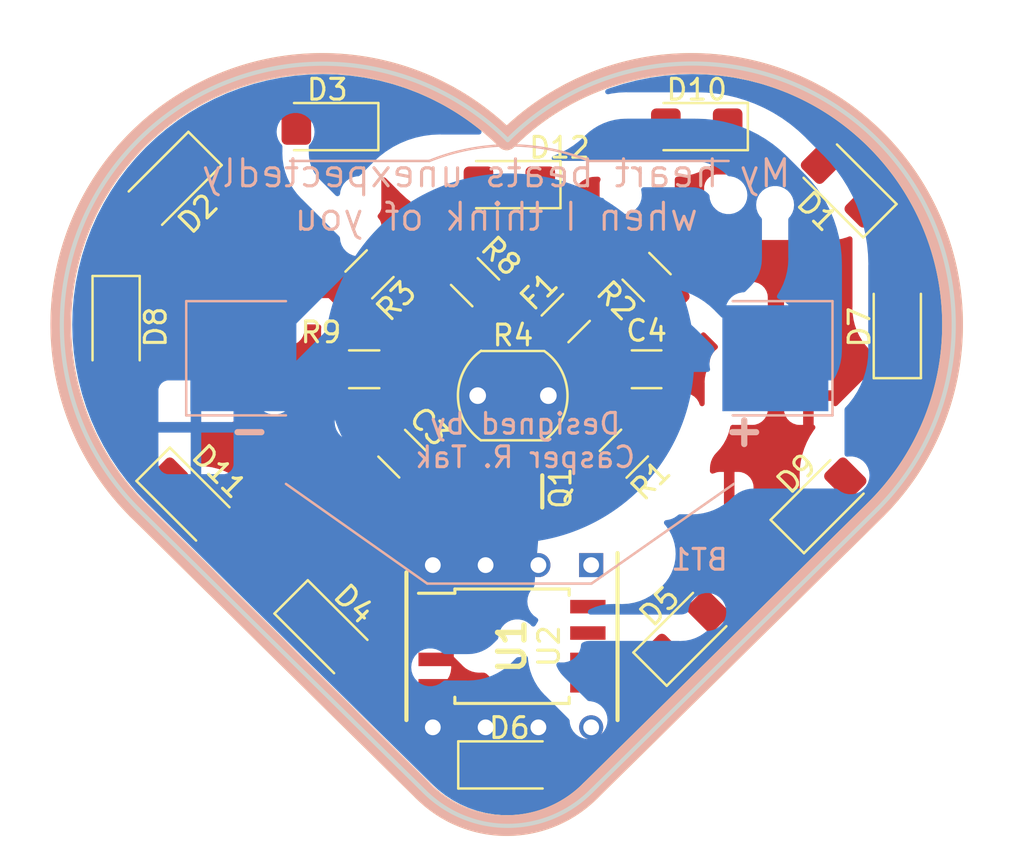
<source format=kicad_pcb>
(kicad_pcb (version 20211014) (generator pcbnew)
  (title_block (title "Valentine Heart") (date "2022-09-30") (rev "V1.1") (comment 1 "Casper R. Tak"))
  (layers (0 "F.Cu" signal) (31 "B.Cu" signal) (34 "B.Paste" user) (35 "F.Paste" user) (36 "B.SilkS" user "B.Silkscreen") (37 "F.SilkS" user "F.Silkscreen") (38 "B.Mask" user) (39 "F.Mask" user) (44 "Edge.Cuts" user))
  (net 0 "")
  (net 1 "GND")
  (net 2 "+3V0")
  (net 3 "Net-(D1-Pad1)")
  (net 4 "Net-(Q1-Pad1)")
  (net 5 "PB0{slash}SDA{slash}MOSI")
  (net 6 "PB2{slash}SCL{slash}SCK")
  (net 7 "CTRLLED")
  (net 8 "PB4")
  (net 9 "INTL")
  (net 11 "Net-(BT1-Pad1)")
  (footprint "Resistor_SMD:R_1206_3216Metric_Pad1.30x1.75mm_HandSolder" (layer "F.Cu") (at 148.336 96.393 135)
    (fp_text reference "R8" (at 0 1.778 135) (layer "F.SilkS"))
    (fp_text value "1k")
    (fp_line (start -0.727064 -0.91) (end 0.727064 -0.91) (layer "F.SilkS") (width 0.12))
    (fp_line (start -0.727064 0.91) (end 0.727064 0.91) (layer "F.SilkS") (width 0.12))
    (pad "1" smd roundrect (at -1.55 0 135) (size 1.3 1.75) (layers "F.Cu" "F.Paste" "F.Mask") (roundrect_rratio 0.1923076923) (net 4 "Net-(Q1-Pad1)"))
    (pad "2" smd roundrect (at 1.55 0 135) (size 1.3 1.75) (layers "F.Cu" "F.Paste" "F.Mask") (roundrect_rratio 0.1923076923) (net 7 "CTRLLED"))
  )
  (footprint "Resistor_SMD:R_1206_3216Metric_Pad1.30x1.75mm_HandSolder" (layer "F.Cu") (at 143.002 100.584)
    (fp_text reference "R9" (at -2.081 -1.778) (layer "F.SilkS"))
    (fp_text value "10k")
    (fp_line (start -0.727064 -0.91) (end 0.727064 -0.91) (layer "F.SilkS") (width 0.12))
    (fp_line (start -0.727064 0.91) (end 0.727064 0.91) (layer "F.SilkS") (width 0.12))
    (pad "1" smd roundrect (at -1.55 0) (size 1.3 1.75) (layers "F.Cu" "F.Paste" "F.Mask") (roundrect_rratio 0.1923076923) (net 1 "GND"))
    (pad "2" smd roundrect (at 1.55 0) (size 1.3 1.75) (layers "F.Cu" "F.Paste" "F.Mask") (roundrect_rratio 0.1923076923) (net 4 "Net-(Q1-Pad1)"))
  )
  (footprint "Package_SO:SOIC-8W_5.3x5.3mm_P1.27mm" (layer "F.Cu") (at 150.114 113.919)
    (fp_text reference "U2" (at 1.778 0 90) (layer "F.SilkS"))
    (fp_text value "ATtiny85-20S")
    (fp_line (start 2.75 2.755) (end 2.75 2.455) (layer "F.SilkS") (width 0.15))
    (fp_line (start -2.75 2.755) (end 2.75 2.755) (layer "F.SilkS") (width 0.15))
    (fp_line (start -2.75 -2.755) (end -2.75 -2.55) (layer "F.SilkS") (width 0.15))
    (fp_line (start -2.75 2.755) (end -2.75 2.455) (layer "F.SilkS") (width 0.15))
    (fp_line (start -2.75 -2.755) (end 2.75 -2.755) (layer "F.SilkS") (width 0.15))
    (fp_line (start 2.75 -2.755) (end 2.75 -2.455) (layer "F.SilkS") (width 0.15))
    (fp_line (start -2.75 -2.55) (end -4.5 -2.55) (layer "F.SilkS") (width 0.15))
    (pad "1" smd rect (at -3.65 -1.905) (size 1.7 0.65) (layers "F.Cu" "F.Paste" "F.Mask") (net 9 "INTL"))
    (pad "2" smd rect (at -3.65 -0.635) (size 1.7 0.65) (layers "F.Cu" "F.Paste" "F.Mask"))
    (pad "3" smd rect (at -3.65 0.635) (size 1.7 0.65) (layers "F.Cu" "F.Paste" "F.Mask") (net 8 "PB4"))
    (pad "4" smd rect (at -3.65 1.905) (size 1.7 0.65) (layers "F.Cu" "F.Paste" "F.Mask") (net 1 "GND"))
    (pad "5" smd rect (at 3.65 1.905) (size 1.7 0.65) (layers "F.Cu" "F.Paste" "F.Mask") (net 5 "PB0{slash}SDA{slash}MOSI"))
    (pad "6" smd rect (at 3.65 0.635) (size 1.7 0.65) (layers "F.Cu" "F.Paste" "F.Mask") (net 7 "CTRLLED"))
    (pad "7" smd rect (at 3.65 -0.635) (size 1.7 0.65) (layers "F.Cu" "F.Paste" "F.Mask") (net 6 "PB2{slash}SCL{slash}SCK"))
    (pad "8" smd rect (at 3.65 -1.905) (size 1.7 0.65) (layers "F.Cu" "F.Paste" "F.Mask") (net 2 "+3V0"))
  )
  (footprint "LED_SMD:LED_1206_3216Metric_Pad1.42x1.75mm_HandSolder" (layer "F.Cu") (at 149.987 91.694 180)
    (fp_text reference "D12" (at -2.413 1.778) (layer "F.SilkS"))
    (fp_text value "LED")
    (fp_line (start 1.6 -1.135) (end -2.46 -1.135) (layer "F.SilkS") (width 0.12))
    (fp_line (start -2.46 -1.135) (end -2.46 1.135) (layer "F.SilkS") (width 0.12))
    (fp_line (start -2.46 1.135) (end 1.6 1.135) (layer "F.SilkS") (width 0.12))
    (pad "1" smd roundrect (at -1.4875 0 180) (size 1.425 1.75) (layers "F.Cu" "F.Paste" "F.Mask") (roundrect_rratio 0.1754392982) (net 3 "Net-(D1-Pad1)"))
    (pad "2" smd roundrect (at 1.4875 0 180) (size 1.425 1.75) (layers "F.Cu" "F.Paste" "F.Mask") (roundrect_rratio 0.1754392982) (net 2 "+3V0"))
  )
  (footprint "LED_SMD:LED_1206_3216Metric_Pad1.42x1.75mm_HandSolder" (layer "F.Cu") (at 168.656 98.552 90)
    (fp_text reference "D7" (at 0 -1.82 90) (layer "F.SilkS"))
    (fp_text value "LED")
    (fp_line (start 1.6 -1.135) (end -2.46 -1.135) (layer "F.SilkS") (width 0.12))
    (fp_line (start -2.46 1.135) (end 1.6 1.135) (layer "F.SilkS") (width 0.12))
    (fp_line (start -2.46 -1.135) (end -2.46 1.135) (layer "F.SilkS") (width 0.12))
    (pad "1" smd roundrect (at -1.4875 0 90) (size 1.425 1.75) (layers "F.Cu" "F.Paste" "F.Mask") (roundrect_rratio 0.1754392982) (net 3 "Net-(D1-Pad1)"))
    (pad "2" smd roundrect (at 1.4875 0 90) (size 1.425 1.75) (layers "F.Cu" "F.Paste" "F.Mask") (roundrect_rratio 0.1754392982) (net 2 "+3V0"))
  )
  (footprint "LED_SMD:LED_1206_3216Metric_Pad1.42x1.75mm_HandSolder" (layer "F.Cu") (at 131.064 98.552 -90)
    (fp_text reference "D8" (at 0 -1.905 90) (layer "F.SilkS"))
    (fp_text value "LED")
    (fp_line (start -2.46 -1.135) (end -2.46 1.135) (layer "F.SilkS") (width 0.12))
    (fp_line (start 1.6 -1.135) (end -2.46 -1.135) (layer "F.SilkS") (width 0.12))
    (fp_line (start -2.46 1.135) (end 1.6 1.135) (layer "F.SilkS") (width 0.12))
    (pad "1" smd roundrect (at -1.4875 0 270) (size 1.425 1.75) (layers "F.Cu" "F.Paste" "F.Mask") (roundrect_rratio 0.1754392982) (net 3 "Net-(D1-Pad1)"))
    (pad "2" smd roundrect (at 1.4875 0 270) (size 1.425 1.75) (layers "F.Cu" "F.Paste" "F.Mask") (roundrect_rratio 0.1754392982) (net 2 "+3V0"))
  )
  (footprint "Capacitor_SMD:C_1206_3216Metric_Pad1.33x1.80mm_HandSolder" (layer "F.Cu") (at 144.829 104.648 -45)
    (fp_text reference "C3" (at 0 -1.85 135) (layer "F.SilkS"))
    (fp_text value "47uF")
    (fp_line (start -0.711252 -0.91) (end 0.711252 -0.91) (layer "F.SilkS") (width 0.12))
    (fp_line (start -0.711252 0.91) (end 0.711252 0.91) (layer "F.SilkS") (width 0.12))
    (pad "1" smd roundrect (at -1.5625 0 315) (size 1.325 1.8) (layers "F.Cu" "F.Paste" "F.Mask") (roundrect_rratio 0.1886792453) (net 2 "+3V0"))
    (pad "2" smd roundrect (at 1.5625 0 315) (size 1.325 1.8) (layers "F.Cu" "F.Paste" "F.Mask") (roundrect_rratio 0.1886792453) (net 1 "GND"))
  )
  (footprint "Resistor_SMD:R_1206_3216Metric_Pad1.30x1.75mm_HandSolder" (layer "F.Cu") (at 143.256 96.012 -135)
    (fp_text reference "R3" (at 0 -1.82 45) (layer "F.SilkS"))
    (fp_text value "10k")
    (fp_line (start -0.727064 -0.91) (end 0.727064 -0.91) (layer "F.SilkS") (width 0.12))
    (fp_line (start -0.727064 0.91) (end 0.727064 0.91) (layer "F.SilkS") (width 0.12))
    (pad "1" smd roundrect (at -1.55 0 225) (size 1.3 1.75) (layers "F.Cu" "F.Paste" "F.Mask") (roundrect_rratio 0.192308) (net 9 "INTL"))
    (pad "2" smd roundrect (at 1.55 0 225) (size 1.3 1.75) (layers "F.Cu" "F.Paste" "F.Mask") (roundrect_rratio 0.192308) (net 1 "GND"))
  )
  (footprint "LED_SMD:LED_1206_3216Metric_Pad1.42x1.75mm_HandSolder" (layer "F.Cu") (at 149.987 119.634)
    (fp_text reference "D6" (at 0 -1.778) (layer "F.SilkS"))
    (fp_text value "LED")
    (fp_line (start -2.46 -1.135) (end -2.46 1.135) (layer "F.SilkS") (width 0.12))
    (fp_line (start 1.6 -1.135) (end -2.46 -1.135) (layer "F.SilkS") (width 0.12))
    (fp_line (start -2.46 1.135) (end 1.6 1.135) (layer "F.SilkS") (width 0.12))
    (pad "1" smd roundrect (at -1.4875 0) (size 1.425 1.75) (layers "F.Cu" "F.Paste" "F.Mask") (roundrect_rratio 0.1754392982) (net 3 "Net-(D1-Pad1)"))
    (pad "2" smd roundrect (at 1.4875 0) (size 1.425 1.75) (layers "F.Cu" "F.Paste" "F.Mask") (roundrect_rratio 0.1754392982) (net 2 "+3V0"))
  )
  (footprint "LED_SMD:LED_1206_3216Metric_Pad1.42x1.75mm_HandSolder" (layer "F.Cu") (at 133.604 91.694 -135)
    (fp_text reference "D2" (at 0 -1.975656 45) (layer "F.SilkS"))
    (fp_text value "LED")
    (fp_line (start -2.46 -1.135) (end -2.46 1.135) (layer "F.SilkS") (width 0.12))
    (fp_line (start 1.6 -1.135) (end -2.46 -1.135) (layer "F.SilkS") (width 0.12))
    (fp_line (start -2.46 1.135) (end 1.6 1.135) (layer "F.SilkS") (width 0.12))
    (pad "1" smd roundrect (at -1.4875 0 225) (size 1.425 1.75) (layers "F.Cu" "F.Paste" "F.Mask") (roundrect_rratio 0.1754392982) (net 3 "Net-(D1-Pad1)"))
    (pad "2" smd roundrect (at 1.4875 0 225) (size 1.425 1.75) (layers "F.Cu" "F.Paste" "F.Mask") (roundrect_rratio 0.1754392982) (net 2 "+3V0"))
  )
  (footprint "SamacSys_Parts:SOT96P240X120-3N" (layer "F.Cu") (at 150.036 107.315 -90)
    (fp_text reference "Q1" (at -1.016 -2.413 90) (layer "F.SilkS"))
    (fp_text value "MOSFET-NCH-2N7002PW" hide)
    (fp_line (start -1.625 -1.535) (end -0.075 -1.535) (layer "F.SilkS") (width 0.2))
    (pad "1" smd rect locked (at -0.85 -0.96) (size 0.65 1.55) (layers "F.Cu" "F.Paste" "F.Mask") (net 4 "Net-(Q1-Pad1)"))
    (pad "2" smd rect locked (at -0.85 0.96) (size 0.65 1.55) (layers "F.Cu" "F.Paste" "F.Mask") (net 1 "GND"))
    (pad "3" smd rect locked (at 0.85 0) (size 0.65 1.55) (layers "F.Cu" "F.Paste" "F.Mask") (net 3 "Net-(D1-Pad1)"))
  )
  (footprint "Resistor_SMD:R_1206_3216Metric_Pad1.30x1.75mm_HandSolder" (layer "F.Cu") (at 156.591 96.139 -45)
    (fp_text reference "R2" (at -0.214253 1.830699 -45) (layer "F.SilkS"))
    (fp_text value "10k")
    (fp_line (start -0.727064 0.91) (end 0.727064 0.91) (layer "F.SilkS") (width 0.12))
    (fp_line (start -0.727064 -0.91) (end 0.727064 -0.91) (layer "F.SilkS") (width 0.12))
    (pad "1" smd roundrect (at -1.55 0 315) (size 1.3 1.75) (layers "F.Cu" "F.Paste" "F.Mask") (roundrect_rratio 0.1923076923) (net 6 "PB2{slash}SCL{slash}SCK"))
    (pad "2" smd roundrect (at 1.55 0 315) (size 1.3 1.75) (layers "F.Cu" "F.Paste" "F.Mask") (roundrect_rratio 0.1923076923) (net 2 "+3V0"))
  )
  (footprint "SamacSys_Parts:DIP781W56P254L950H533Q8N" (layer "F.Cu") (at 150.114 113.919 -90)
    (fp_text reference "U1" (at 0 0 90) (layer "F.SilkS") (effects (font (size 1.27 1.27) (thickness 0.254))))
    (fp_text value "ATtiny85-20P" hide)
    (fp_line (start -4.485 -5.08) (end 3.556 -5.08) (layer "F.SilkS") (width 0.2))
    (fp_line (start -3.556 5.08) (end 3.556 5.08) (layer "F.SilkS") (width 0.2))
    (pad "1" thru_hole rect locked (at -3.905 -3.81 270) (size 1.159 1.159) (drill 0.759) (layers *.Cu *.Mask) (net 9 "INTL"))
    (pad "2" thru_hole circle locked (at -3.905 -1.27 270) (size 1.159 1.159) (drill 0.759) (layers *.Cu *.Mask))
    (pad "3" thru_hole circle locked (at -3.905 1.27 270) (size 1.159 1.159) (drill 0.759) (layers *.Cu *.Mask) (net 8 "PB4"))
    (pad "4" thru_hole circle locked (at -3.905 3.81 270) (size 1.159 1.159) (drill 0.759) (layers *.Cu *.Mask) (net 1 "GND"))
    (pad "5" thru_hole circle locked (at 3.905 3.81 270) (size 1.159 1.159) (drill 0.759) (layers *.Cu *.Mask) (net 5 "PB0{slash}SDA{slash}MOSI"))
    (pad "6" thru_hole circle locked (at 3.905 1.27 270) (size 1.159 1.159) (drill 0.759) (layers *.Cu *.Mask) (net 7 "CTRLLED"))
    (pad "7" thru_hole circle locked (at 3.905 -1.27 270) (size 1.159 1.159) (drill 0.759) (layers *.Cu *.Mask) (net 6 "PB2{slash}SCL{slash}SCK"))
    (pad "8" thru_hole circle locked (at 3.905 -3.81 270) (size 1.159 1.159) (drill 0.759) (layers *.Cu *.Mask) (net 2 "+3V0"))
  )
  (footprint "LED_SMD:LED_1206_3216Metric_Pad1.42x1.75mm_HandSolder" (layer "F.Cu") (at 141.224 88.9 180)
    (fp_text reference "D3" (at 0 1.778) (layer "F.SilkS"))
    (fp_text value "LED")
    (fp_line (start -2.46 1.135) (end 1.6 1.135) (layer "F.SilkS") (width 0.12))
    (fp_line (start -2.46 -1.135) (end -2.46 1.135) (layer "F.SilkS") (width 0.12))
    (fp_line (start 1.6 -1.135) (end -2.46 -1.135) (layer "F.SilkS") (width 0.12))
    (pad "1" smd roundrect (at -1.4875 0 180) (size 1.425 1.75) (layers "F.Cu" "F.Paste" "F.Mask") (roundrect_rratio 0.1754392982) (net 3 "Net-(D1-Pad1)"))
    (pad "2" smd roundrect (at 1.4875 0 180) (size 1.425 1.75) (layers "F.Cu" "F.Paste" "F.Mask") (roundrect_rratio 0.1754392982) (net 2 "+3V0"))
  )
  (footprint "Capacitor_SMD:C_1206_3216Metric_Pad1.33x1.80mm_HandSolder" (layer "F.Cu") (at 156.591 100.584)
    (fp_text reference "C4" (at 0 -1.85) (layer "F.SilkS"))
    (fp_text value "100nF")
    (fp_line (start -0.711252 0.91) (end 0.711252 0.91) (layer "F.SilkS") (width 0.12))
    (fp_line (start -0.711252 -0.91) (end 0.711252 -0.91) (layer "F.SilkS") (width 0.12))
    (pad "1" smd roundrect (at -1.5625 0) (size 1.325 1.8) (layers "F.Cu" "F.Paste" "F.Mask") (roundrect_rratio 0.1886792453) (net 2 "+3V0"))
    (pad "2" smd roundrect (at 1.5625 0) (size 1.325 1.8) (layers "F.Cu" "F.Paste" "F.Mask") (roundrect_rratio 0.1886792453) (net 1 "GND"))
  )
  (footprint "LED_SMD:LED_1206_3216Metric_Pad1.42x1.75mm_HandSolder" (layer "F.Cu") (at 134.584179 106.898179 -45)
    (fp_text reference "D11" (at 0.025809 -2.001466 135) (layer "F.SilkS"))
    (fp_text value "LED")
    (fp_line (start -2.46 -1.135) (end -2.46 1.135) (layer "F.SilkS") (width 0.12))
    (fp_line (start -2.46 1.135) (end 1.6 1.135) (layer "F.SilkS") (width 0.12))
    (fp_line (start 1.6 -1.135) (end -2.46 -1.135) (layer "F.SilkS") (width 0.12))
    (pad "1" smd roundrect (at -1.4875 0 315) (size 1.425 1.75) (layers "F.Cu" "F.Paste" "F.Mask") (roundrect_rratio 0.1754392982) (net 3 "Net-(D1-Pad1)"))
    (pad "2" smd roundrect (at 1.4875 0 315) (size 1.425 1.75) (layers "F.Cu" "F.Paste" "F.Mask") (roundrect_rratio 0.1754392982) (net 2 "+3V0"))
  )
  (footprint "LED_SMD:LED_1206_3216Metric_Pad1.42x1.75mm_HandSolder" (layer "F.Cu") (at 159.004 88.9 180)
    (fp_text reference "D10" (at 0 1.778) (layer "F.SilkS"))
    (fp_text value "LED")
    (fp_line (start -2.46 1.135) (end 1.6 1.135) (layer "F.SilkS") (width 0.12))
    (fp_line (start 1.6 -1.135) (end -2.46 -1.135) (layer "F.SilkS") (width 0.12))
    (fp_line (start -2.46 -1.135) (end -2.46 1.135) (layer "F.SilkS") (width 0.12))
    (pad "1" smd roundrect (at -1.4875 0 180) (size 1.425 1.75) (layers "F.Cu" "F.Paste" "F.Mask") (roundrect_rratio 0.1754392982) (net 3 "Net-(D1-Pad1)"))
    (pad "2" smd roundrect (at 1.4875 0 180) (size 1.425 1.75) (layers "F.Cu" "F.Paste" "F.Mask") (roundrect_rratio 0.1754392982) (net 2 "+3V0"))
  )
  (footprint "LED_SMD:LED_1206_3216Metric_Pad1.42x1.75mm_HandSolder" (layer "F.Cu") (at 141.224 113.284 -45)
    (fp_text reference "D4" (at -0.077828 -1.897828 135) (layer "F.SilkS"))
    (fp_text value "LED")
    (fp_line (start -2.46 -1.135) (end -2.46 1.135) (layer "F.SilkS") (width 0.12))
    (fp_line (start -2.46 1.135) (end 1.6 1.135) (layer "F.SilkS") (width 0.12))
    (fp_line (start 1.6 -1.135) (end -2.46 -1.135) (layer "F.SilkS") (width 0.12))
    (pad "1" smd roundrect (at -1.4875 0 315) (size 1.425 1.75) (layers "F.Cu" "F.Paste" "F.Mask") (roundrect_rratio 0.1754392982) (net 3 "Net-(D1-Pad1)"))
    (pad "2" smd roundrect (at 1.4875 0 315) (size 1.425 1.75) (layers "F.Cu" "F.Paste" "F.Mask") (roundrect_rratio 0.1754392982) (net 2 "+3V0"))
  )
  (footprint "LED_SMD:LED_1206_3216Metric_Pad1.42x1.75mm_HandSolder" (layer "F.Cu") (at 165.1 106.898179 45)
    (fp_text reference "D9" (at 0 -1.82 45) (layer "F.SilkS"))
    (fp_text value "LED")
    (fp_line (start -2.46 1.135) (end 1.6 1.135) (layer "F.SilkS") (width 0.12))
    (fp_line (start 1.6 -1.135) (end -2.46 -1.135) (layer "F.SilkS") (width 0.12))
    (fp_line (start -2.46 -1.135) (end -2.46 1.135) (layer "F.SilkS") (width 0.12))
    (pad "1" smd roundrect (at -1.4875 0 45) (size 1.425 1.75) (layers "F.Cu" "F.Paste" "F.Mask") (roundrect_rratio 0.1754392982) (net 3 "Net-(D1-Pad1)"))
    (pad "2" smd roundrect (at 1.4875 0 45) (size 1.425 1.75) (layers "F.Cu" "F.Paste" "F.Mask") (roundrect_rratio 0.1754392982) (net 2 "+3V0"))
  )
  (footprint "LED_SMD:LED_1206_3216Metric_Pad1.42x1.75mm_HandSolder" (layer "F.Cu") (at 158.496 113.284 45)
    (fp_text reference "D5" (at 0 -1.82 45) (layer "F.SilkS"))
    (fp_text value "LED")
    (fp_line (start -2.46 -1.135) (end -2.46 1.135) (layer "F.SilkS") (width 0.12))
    (fp_line (start 1.6 -1.135) (end -2.46 -1.135) (layer "F.SilkS") (width 0.12))
    (fp_line (start -2.46 1.135) (end 1.6 1.135) (layer "F.SilkS") (width 0.12))
    (pad "1" smd roundrect (at -1.4875 0 45) (size 1.425 1.75) (layers "F.Cu" "F.Paste" "F.Mask") (roundrect_rratio 0.1754392982) (net 3 "Net-(D1-Pad1)"))
    (pad "2" smd roundrect (at 1.4875 0 45) (size 1.425 1.75) (layers "F.Cu" "F.Paste" "F.Mask") (roundrect_rratio 0.1754392982) (net 2 "+3V0"))
  )
  (footprint "OptoDevice:R_LDR_5.1x4.3mm_P3.4mm_Vertical" (layer "F.Cu") (at 148.463 101.854)
    (fp_text reference "R4" (at 1.7 -2.9) (layer "F.SilkS"))
    (fp_text value "LDR07")
    (fp_line (start 0.15 -2.15) (end 3.2 -2.15) (layer "F.SilkS") (width 0.12))
    (fp_line (start 0.15 2.15) (end 3.2 2.15) (layer "F.SilkS") (width 0.12))
    (fp_arc (start 3.2 -2.15) (mid 4.321403 -0.027338) (end 3.244513 2.118249) (layer "F.SilkS") (width 0.12))
    (fp_arc (start 0.15 2.15) (mid -0.950438 -0.013368) (end 0.171766 -2.165525) (layer "F.SilkS") (width 0.12))
    (pad "1" thru_hole circle (at 0 0) (size 1.5 1.5) (drill 0.8) (layers *.Cu *.Mask) (net 2 "+3V0"))
    (pad "2" thru_hole circle (at 3.4 0) (size 1.5 1.5) (drill 0.8) (layers *.Cu *.Mask) (net 9 "INTL"))
  )
  (footprint "LED_SMD:LED_1206_3216Metric_Pad1.42x1.75mm_HandSolder" (layer "F.Cu") (at 166.080179 91.694 135)
    (fp_text reference "D1" (at 0 -1.82 315) (layer "F.SilkS"))
    (fp_text value "LED")
    (fp_line (start -2.46 1.135) (end 1.6 1.135) (layer "F.SilkS") (width 0.12))
    (fp_line (start -2.46 -1.135) (end -2.46 1.135) (layer "F.SilkS") (width 0.12))
    (fp_line (start 1.6 -1.135) (end -2.46 -1.135) (layer "F.SilkS") (width 0.12))
    (pad "1" smd roundrect (at -1.4875 0 135) (size 1.425 1.75) (layers "F.Cu" "F.Paste" "F.Mask") (roundrect_rratio 0.1754392982) (net 3 "Net-(D1-Pad1)"))
    (pad "2" smd roundrect (at 1.4875 0 135) (size 1.425 1.75) (layers "F.Cu" "F.Paste" "F.Mask") (roundrect_rratio 0.1754392982) (net 2 "+3V0"))
  )
  (footprint "Resistor_SMD:R_1206_3216Metric_Pad1.30x1.75mm_HandSolder" (layer "F.Cu") (at 152.700984 98.124016 45)
    (fp_text reference "F1" (at 0 -1.82 45) (layer "F.SilkS"))
    (fp_text value "Fuse")
    (fp_line (start -0.727064 -0.91) (end 0.727064 -0.91) (layer "F.SilkS") (width 0.12))
    (fp_line (start -0.727064 0.91) (end 0.727064 0.91) (layer "F.SilkS") (width 0.12))
    (pad "1" smd roundrect (at -1.55 0 45) (size 1.3 1.75) (layers "F.Cu" "F.Paste" "F.Mask") (roundrect_rratio 0.192308) (net 2 "+3V0"))
    (pad "2" smd roundrect (at 1.55 0 45) (size 1.3 1.75) (layers "F.Cu" "F.Paste" "F.Mask") (roundrect_rratio 0.192308) (net 11 "Net-(BT1-Pad1)"))
  )
  (footprint "Resistor_SMD:R_1206_3216Metric_Pad1.30x1.75mm_HandSolder" (layer "F.Cu") (at 155.497 104.648 -135)
    (fp_text reference "R1" (at 0 -1.82 45) (layer "F.SilkS"))
    (fp_text value "10k")
    (fp_line (start -0.727064 0.91) (end 0.727064 0.91) (layer "F.SilkS") (width 0.12))
    (fp_line (start -0.727064 -0.91) (end 0.727064 -0.91) (layer "F.SilkS") (width 0.12))
    (pad "1" smd roundrect (at -1.55 0 225) (size 1.3 1.75) (layers "F.Cu" "F.Paste" "F.Mask") (roundrect_rratio 0.1923076923) (net 2 "+3V0"))
    (pad "2" smd roundrect (at 1.55 0 225) (size 1.3 1.75) (layers "F.Cu" "F.Paste" "F.Mask") (roundrect_rratio 0.1923076923) (net 5 "PB0{slash}SDA{slash}MOSI"))
  )
  (footprint "Battery:BatteryHolder_Keystone_3002_1x2032" (layer "B.Cu") (at 149.987 100.053756 180)
    (fp_text reference "BT1" (at -9.15 -9.7) (layer "B.SilkS") (effects (justify mirror)))
    (fp_text value "2032")
    (fp_line (start 10.55 9.5) (end 3.85 9.5) (layer "B.SilkS") (width 0.12))
    (fp_line (start 15.55 -2.75) (end 15.55 2.75) (layer "B.SilkS") (width 0.12))
    (fp_line (start -15.55 2.75) (end -15.55 -2.75) (layer "B.SilkS") (width 0.12))
    (fp_line (start -10.55 9.5) (end -3.85 9.5) (layer "B.SilkS") (width 0.12))
    (fp_line (start -3.95 -10.85) (end 3.95 -10.85) (layer "B.SilkS") (width 0.12))
    (fp_line (start 15.55 2.75) (end 10.75 2.75) (layer "B.SilkS") (width 0.12))
    (fp_line (start -10.75 2.75) (end -15.55 2.75) (layer "B.SilkS") (width 0.12))
    (fp_line (start 10.75 -2.75) (end 15.55 -2.75) (layer "B.SilkS") (width 0.12))
    (fp_line (start 3.95 -10.85) (end 10.75 -6.05) (layer "B.SilkS") (width 0.12))
    (fp_line (start -15.55 -2.75) (end -10.75 -2.75) (layer "B.SilkS") (width 0.12))
    (fp_line (start -10.8 -6.05) (end -3.95 -10.85) (layer "B.SilkS") (width 0.12))
    (fp_arc (start 3.85 9.5) (mid 0.00195 10.250488) (end -3.846385 9.501464) (layer "B.SilkS") (width 0.12))
    (pad "1" smd rect (at -12.8 0 180) (size 5.1 5.1) (layers "B.Cu" "B.Paste" "B.Mask") (net 11 "Net-(BT1-Pad1)"))
    (pad "1" smd rect (at 12.8 0 180) (size 5.1 5.1) (layers "B.Cu" "B.Paste" "B.Mask") (net 11 "Net-(BT1-Pad1)"))
    (pad "2" smd circle (at 0 0 180) (size 17.8 17.8) (layers "B.Cu" "B.Mask") (net 1 "GND"))
  )
  (gr_arc (start 132.078168 107.315) (mid 132.078168 89.534084) (end 149.859084 89.534084) (layer "B.SilkS") (width 1))
  (gr_line (start 153.874718 120.891022) (end 167.64 107.315) (layer "B.SilkS") (width 1))
  (gr_arc (start 149.859084 89.534084) (mid 167.64 89.534084) (end 167.64 107.315) (layer "B.SilkS") (width 1))
  (gr_line (start 132.078168 107.315) (end 145.842534 120.891022) (layer "B.SilkS") (width 1))
  (gr_arc (start 153.874718 120.891022) (mid 149.858626 122.554542) (end 145.842534 120.891022) (layer "B.SilkS") (width 1))
  (gr_arc (start 153.875634 120.891022) (mid 149.859542 122.554542) (end 145.84345 120.891022) (layer "F.SilkS") (width 1))
  (gr_line (start 153.875634 120.891022) (end 167.64 107.315) (layer "F.SilkS") (width 1))
  (gr_arc (start 132.078168 107.315) (mid 132.078168 89.534084) (end 149.859084 89.534084) (layer "F.SilkS") (width 1))
  (gr_line (start 132.078168 107.315) (end 145.84345 120.891022) (layer "F.SilkS") (width 1))
  (gr_arc (start 149.859084 89.534084) (mid 167.64 89.534084) (end 167.64 107.315) (layer "F.SilkS") (width 1))
  (gr_line (start 153.924 120.904) (end 167.688366 107.327978) (layer "Edge.Cuts") (width 0.2))
  (gr_arc (start 132.126534 107.327978) (mid 132.126534 89.547062) (end 149.90745 89.547062) (layer "Edge.Cuts") (width 0.2))
  (gr_line (start 132.126534 107.327978) (end 145.891816 120.904) (layer "Edge.Cuts") (width 0.2))
  (gr_arc (start 153.924 120.904) (mid 149.907908 122.56752) (end 145.891816 120.904) (layer "Edge.Cuts") (width 0.2))
  (gr_arc (start 149.90745 89.547062) (mid 167.688366 89.547062) (end 167.688366 107.327978) (layer "Edge.Cuts") (width 0.2))
  (gr_text "-" (at 137.481 103.505) (layer "B.SilkS") (effects (font (size 1.5 1.5) (thickness 0.3))))
  (gr_text "My heart beats unexpectedly\nwhen I think of you\n" (at 149.352 92.202) (layer "B.SilkS") (effects (font (size 1.3 1.3)) (justify mirror)))
  (gr_text "Designed by\nCasper R. Tak" (at 150.749 104.013) (layer "B.SilkS") (effects (font (size 1 1)) (justify mirror)))
  (gr_text "+\n" (at 161.29 103.505) (layer "B.SilkS") (effects (font (size 1.5 1.5) (thickness 0.3))))
  (zone (net 1) (net_name "GND") (layer "F.Cu") (connect_pads (clearance 0.508)) (min_thickness 0.254) (fill yes (thermal_gap 0.508) (thermal_bridge_width 0.508))
    (polygon (pts (xy 174.752 124.46) (xy 125.476 124.46) (xy 125.476 82.804) (xy 174.752 82.804)))
  )
  (zone (net 1) (net_name "GND") (layer "B.Cu") (connect_pads (clearance 0.508)) (min_thickness 0.254) (fill yes (thermal_gap 0.508) (thermal_bridge_width 0.508))
    (polygon (pts (xy 174.752 124.46) (xy 125.984 124.46) (xy 125.984 82.804) (xy 174.752 82.804)))
  )
)
</source>
